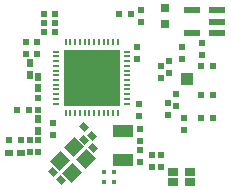
<source format=gtp>
%FSLAX24Y24*%
%MOIN*%
G70*
G01*
G75*
G04 Layer_Color=8421504*
%ADD10R,0.0335X0.0256*%
%ADD11R,0.0177X0.0177*%
%ADD12R,0.0571X0.0217*%
%ADD13R,0.0571X0.0217*%
%ADD14R,0.0709X0.0394*%
G04:AMPARAMS|DCode=15|XSize=47.2mil|YSize=43.3mil|CornerRadius=0mil|HoleSize=0mil|Usage=FLASHONLY|Rotation=45.000|XOffset=0mil|YOffset=0mil|HoleType=Round|Shape=Rectangle|*
%AMROTATEDRECTD15*
4,1,4,-0.0014,-0.0320,-0.0320,-0.0014,0.0014,0.0320,0.0320,0.0014,-0.0014,-0.0320,0.0*
%
%ADD15ROTATEDRECTD15*%

%ADD16R,0.1850X0.1850*%
%ADD17O,0.0079X0.0256*%
%ADD18O,0.0256X0.0079*%
%ADD19R,0.0394X0.0394*%
%ADD20R,0.0236X0.0217*%
%ADD21R,0.0217X0.0236*%
%ADD22R,0.0256X0.0197*%
%ADD23R,0.0197X0.0256*%
%ADD24C,0.0394*%
%ADD25R,0.0197X0.0236*%
%ADD26R,0.0236X0.0197*%
%ADD27R,0.0315X0.0295*%
G04:AMPARAMS|DCode=28|XSize=19.7mil|YSize=23.6mil|CornerRadius=0mil|HoleSize=0mil|Usage=FLASHONLY|Rotation=45.000|XOffset=0mil|YOffset=0mil|HoleType=Round|Shape=Rectangle|*
%AMROTATEDRECTD28*
4,1,4,0.0014,-0.0153,-0.0153,0.0014,-0.0014,0.0153,0.0153,-0.0014,0.0014,-0.0153,0.0*
%
%ADD28ROTATEDRECTD28*%

%ADD29R,0.0787X0.0394*%
%ADD30C,0.0060*%
%ADD31C,0.0100*%
%ADD32C,0.0050*%
%ADD33C,0.0080*%
%ADD34C,0.0070*%
%ADD35C,0.0090*%
%ADD36C,0.0390*%
%ADD37O,0.1260X0.0709*%
%ADD38C,0.0433*%
%ADD39C,0.0200*%
%ADD40C,0.0197*%
%ADD41C,0.0118*%
%ADD42R,0.0472X0.0433*%
%ADD43C,0.0138*%
%ADD44C,0.0310*%
%ADD45R,0.0236X0.0335*%
%ADD46R,0.0394X0.0335*%
%ADD47R,0.0295X0.0315*%
%ADD48C,0.0039*%
%ADD49C,0.0098*%
%ADD50C,0.0059*%
%ADD51C,0.0079*%
D10*
X7545Y597D02*
D03*
X6975D02*
D03*
Y263D02*
D03*
X7545D02*
D03*
D11*
X4663Y577D02*
D03*
Y243D02*
D03*
X4997D02*
D03*
Y577D02*
D03*
D12*
X7597Y5220D02*
D03*
Y5968D02*
D03*
X8444D02*
D03*
Y5594D02*
D03*
D13*
X8444Y5220D02*
D03*
D14*
X5310Y1962D02*
D03*
Y978D02*
D03*
D15*
X3209Y948D02*
D03*
X3598Y558D02*
D03*
X3682Y1422D02*
D03*
X4072Y1032D02*
D03*
D16*
X4270Y3730D02*
D03*
D17*
X5136Y2539D02*
D03*
X4979D02*
D03*
X4821D02*
D03*
X4664D02*
D03*
X4506D02*
D03*
X4349D02*
D03*
X4191D02*
D03*
X4034D02*
D03*
X3876D02*
D03*
X3719D02*
D03*
X3561D02*
D03*
X3404D02*
D03*
Y4921D02*
D03*
X3561D02*
D03*
X3719D02*
D03*
X3876D02*
D03*
X4034D02*
D03*
X4191D02*
D03*
X4349D02*
D03*
X4506D02*
D03*
X4664D02*
D03*
X4821D02*
D03*
X4979D02*
D03*
X5136D02*
D03*
D18*
X3079Y2864D02*
D03*
Y3021D02*
D03*
Y3179D02*
D03*
Y3336D02*
D03*
Y3494D02*
D03*
Y3651D02*
D03*
Y3809D02*
D03*
Y3966D02*
D03*
Y4124D02*
D03*
Y4281D02*
D03*
Y4439D02*
D03*
Y4596D02*
D03*
X5461D02*
D03*
Y4439D02*
D03*
Y4281D02*
D03*
Y4124D02*
D03*
Y3966D02*
D03*
Y3809D02*
D03*
Y3651D02*
D03*
Y3494D02*
D03*
Y3336D02*
D03*
Y3179D02*
D03*
Y3021D02*
D03*
Y2864D02*
D03*
D19*
X7460Y3690D02*
D03*
D20*
X1907Y1640D02*
D03*
X1513D02*
D03*
X5173Y5860D02*
D03*
X5567D02*
D03*
X3057Y5560D02*
D03*
X2663D02*
D03*
X3057Y5250D02*
D03*
X2663D02*
D03*
X2663Y5860D02*
D03*
X3057D02*
D03*
D21*
X6270Y1137D02*
D03*
Y743D02*
D03*
X6570Y1137D02*
D03*
Y743D02*
D03*
X5920Y5593D02*
D03*
Y5987D02*
D03*
D22*
X1897Y1230D02*
D03*
X1523D02*
D03*
D23*
X2480Y2337D02*
D03*
Y1963D02*
D03*
X2200Y4207D02*
D03*
Y3833D02*
D03*
X2480Y3757D02*
D03*
Y3383D02*
D03*
D25*
X7290Y4353D02*
D03*
Y4747D02*
D03*
X6810Y2887D02*
D03*
Y2493D02*
D03*
X7350Y2367D02*
D03*
Y1973D02*
D03*
X7090Y3187D02*
D03*
Y2793D02*
D03*
X6590Y3713D02*
D03*
Y4107D02*
D03*
X6860Y3873D02*
D03*
Y4267D02*
D03*
X7940Y4483D02*
D03*
Y4877D02*
D03*
X2200Y1243D02*
D03*
Y1637D02*
D03*
X5870Y1317D02*
D03*
Y923D02*
D03*
Y1633D02*
D03*
Y2027D02*
D03*
X5790Y4747D02*
D03*
Y4354D02*
D03*
X2430Y4927D02*
D03*
Y4533D02*
D03*
X2980Y1813D02*
D03*
Y2207D02*
D03*
X5830Y2463D02*
D03*
Y2857D02*
D03*
X2480Y1243D02*
D03*
Y1637D02*
D03*
Y2663D02*
D03*
Y3057D02*
D03*
X2070Y4927D02*
D03*
Y4533D02*
D03*
D26*
X8307Y4130D02*
D03*
X7913D02*
D03*
X7923Y2400D02*
D03*
X8317D02*
D03*
X8307Y3150D02*
D03*
X7913D02*
D03*
X1773Y2640D02*
D03*
X2167D02*
D03*
D27*
X6700Y5504D02*
D03*
Y6036D02*
D03*
D28*
X4279Y1791D02*
D03*
X4001Y2069D02*
D03*
X4299Y1371D02*
D03*
X4021Y1649D02*
D03*
X2971Y599D02*
D03*
X3249Y321D02*
D03*
M02*

</source>
